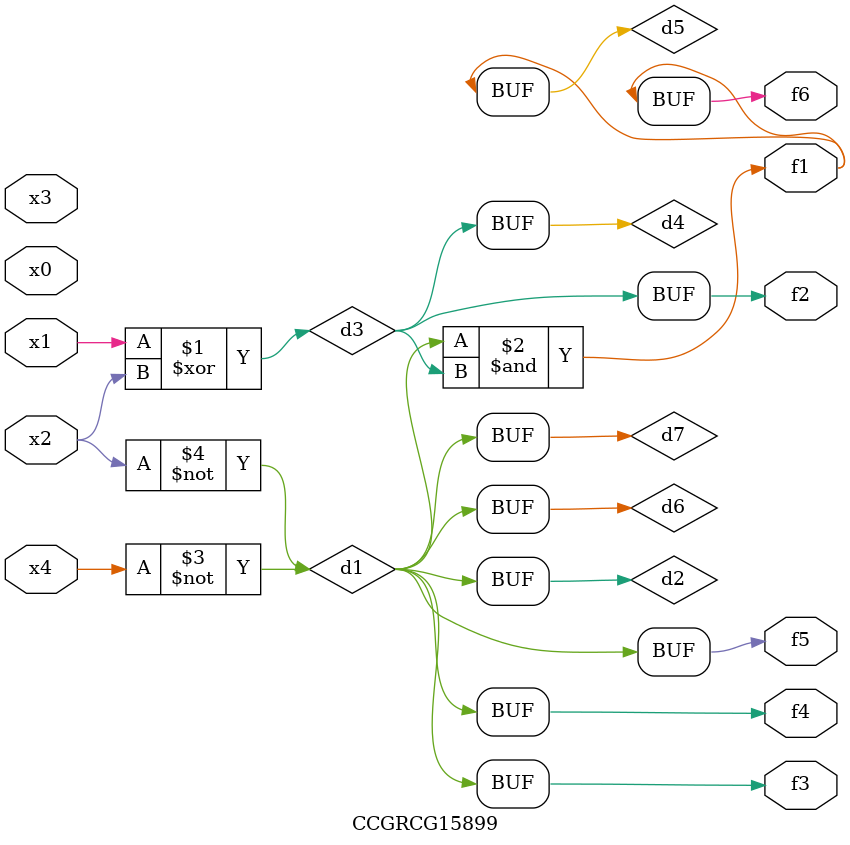
<source format=v>
module CCGRCG15899(
	input x0, x1, x2, x3, x4,
	output f1, f2, f3, f4, f5, f6
);

	wire d1, d2, d3, d4, d5, d6, d7;

	not (d1, x4);
	not (d2, x2);
	xor (d3, x1, x2);
	buf (d4, d3);
	and (d5, d1, d3);
	buf (d6, d1, d2);
	buf (d7, d2);
	assign f1 = d5;
	assign f2 = d4;
	assign f3 = d7;
	assign f4 = d7;
	assign f5 = d7;
	assign f6 = d5;
endmodule

</source>
